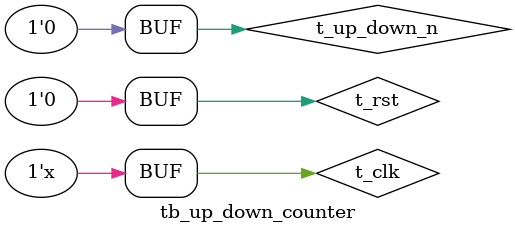
<source format=v>
`timescale 1ps / 1ps


module tb_up_down_counter();
reg  t_clk, t_rst,t_up_down_n;
wire [3:0]t_count_out;

//instatntiate
up_down_counter inst(.clk(t_clk),.rst(t_rst),.up_down_n(t_up_down_n),.count_out(t_count_out));

initial
begin
    t_clk = 0;
    t_rst = 0;
 #15 t_rst = 1;
 #2 t_rst = 0;
 end  
 
initial
begin
     t_up_down_n = 1;
  #10 t_up_down_n = 0;
end
    
always
 #1 t_clk = !t_clk;
 
endmodule

</source>
